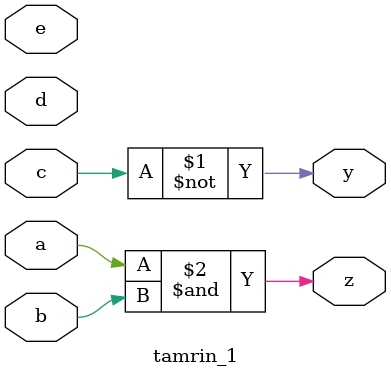
<source format=v>
module tamrin_1(input a,b,c,d,e,output y,z);
    assign y= ~c;
    assign z=(a&b);
endmodule

</source>
